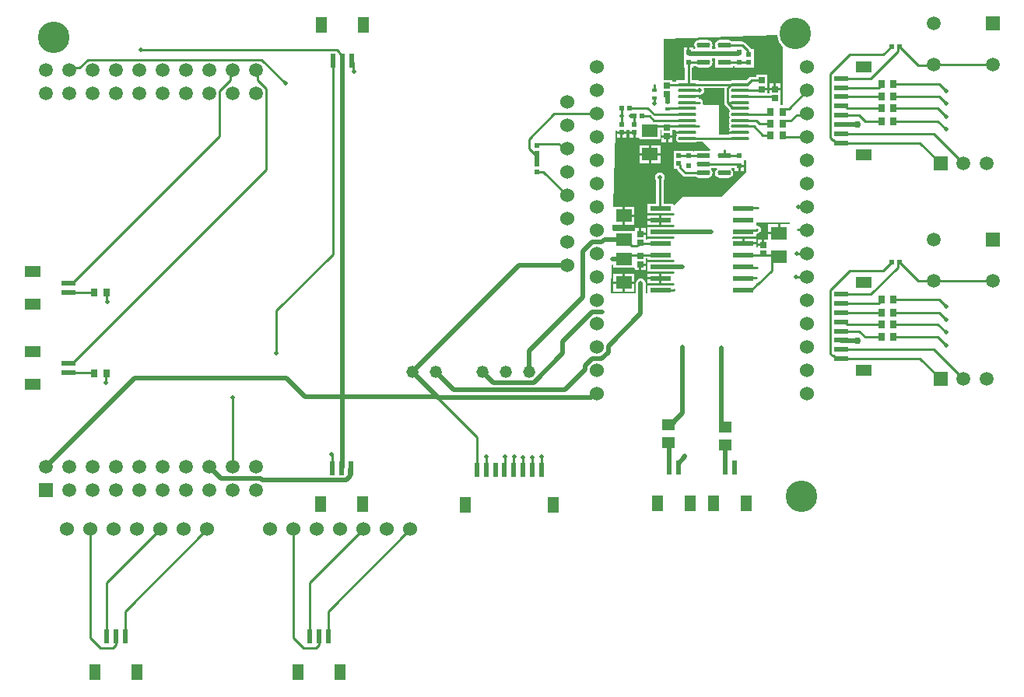
<source format=gbr>
%TF.GenerationSoftware,Altium Limited,Altium Designer,24.2.2 (26)*%
G04 Layer_Physical_Order=1*
G04 Layer_Color=255*
%FSLAX45Y45*%
%MOMM*%
%TF.SameCoordinates,E03CB206-BB87-4E68-BEA4-A169BFC7E2EA*%
%TF.FilePolarity,Positive*%
%TF.FileFunction,Copper,L1,Top,Signal*%
%TF.Part,CustomerPanel*%
G01*
G75*
%TA.AperFunction,SMDPad,CuDef*%
%ADD10R,1.20000X1.80000*%
%ADD11R,0.60000X1.55000*%
%TA.AperFunction,Conductor*%
%ADD12C,0.25400*%
%TA.AperFunction,ConnectorPad*%
%ADD13R,1.55000X0.60000*%
%ADD14R,1.80000X1.20000*%
%TA.AperFunction,SMDPad,CuDef*%
%ADD15R,0.70000X0.90000*%
%ADD16R,0.60000X0.55000*%
%TA.AperFunction,Conductor*%
%ADD17C,0.50800*%
%TA.AperFunction,SMDPad,CuDef*%
%ADD18R,1.80000X1.20000*%
%ADD19R,1.55000X0.60000*%
%ADD20R,0.55000X0.60000*%
%ADD21R,0.50000X0.60560*%
G04:AMPARAMS|DCode=22|XSize=1.95543mm|YSize=0.42077mm|CornerRadius=0.21038mm|HoleSize=0mm|Usage=FLASHONLY|Rotation=0.000|XOffset=0mm|YOffset=0mm|HoleType=Round|Shape=RoundedRectangle|*
%AMROUNDEDRECTD22*
21,1,1.95543,0.00000,0,0,0.0*
21,1,1.53467,0.42077,0,0,0.0*
1,1,0.42077,0.76733,0.00000*
1,1,0.42077,-0.76733,0.00000*
1,1,0.42077,-0.76733,0.00000*
1,1,0.42077,0.76733,0.00000*
%
%ADD22ROUNDEDRECTD22*%
%ADD23R,1.95543X0.42077*%
G04:AMPARAMS|DCode=24|XSize=1.45564mm|YSize=0.56981mm|CornerRadius=0.2849mm|HoleSize=0mm|Usage=FLASHONLY|Rotation=180.000|XOffset=0mm|YOffset=0mm|HoleType=Round|Shape=RoundedRectangle|*
%AMROUNDEDRECTD24*
21,1,1.45564,0.00000,0,0,180.0*
21,1,0.88584,0.56981,0,0,180.0*
1,1,0.56980,-0.44292,0.00000*
1,1,0.56980,0.44292,0.00000*
1,1,0.56980,0.44292,0.00000*
1,1,0.56980,-0.44292,0.00000*
%
%ADD24ROUNDEDRECTD24*%
%ADD25R,1.45564X0.56981*%
%ADD26R,0.57247X0.61535*%
%ADD27R,0.67248X0.71535*%
%ADD28R,0.50000X0.40000*%
%ADD29R,1.80000X1.40000*%
%ADD30R,2.31140X0.55880*%
%ADD31R,1.46213X1.25814*%
%TA.AperFunction,ComponentPad*%
%ADD32C,1.52400*%
%ADD33C,1.50000*%
%ADD34R,1.50000X1.50000*%
%TA.AperFunction,ViaPad*%
%ADD35C,0.50800*%
%ADD36C,0.76200*%
%ADD37C,3.42900*%
%TA.AperFunction,ComponentPad*%
%ADD38R,1.52000X1.52000*%
%ADD39C,1.52000*%
%ADD40C,1.32080*%
G36*
X8494975Y8248381D02*
X8509814Y8212557D01*
X8531357Y8180315D01*
X8549640Y8162032D01*
Y7693660D01*
X8544560Y7581900D01*
X8548745Y7537956D01*
X8540201Y7528560D01*
X8522608D01*
X8522304Y7541134D01*
X8522304D01*
Y7636846D01*
Y7685314D01*
X8463280D01*
X8404256D01*
Y7655270D01*
X8374984D01*
Y7685715D01*
X8315960D01*
Y7711115D01*
X8374984D01*
Y7732960D01*
Y7855294D01*
X8256936D01*
Y7832974D01*
X8206583D01*
X8191717Y7830017D01*
X8179114Y7821596D01*
X8154483Y7796964D01*
X8008605D01*
X7990486Y7793360D01*
X7983156Y7788463D01*
X7633433D01*
Y7796055D01*
X7559787D01*
Y7934835D01*
X7571340D01*
Y7951160D01*
X7601782D01*
X7602129Y7950641D01*
X7619954Y7938730D01*
X7640981Y7934548D01*
X7729565D01*
X7750592Y7938730D01*
X7768417Y7950641D01*
X7780328Y7968467D01*
X7784511Y7989494D01*
X7780328Y8010521D01*
X7773994Y8020000D01*
X7780783Y8032700D01*
X7812145D01*
Y7935604D01*
X8008509D01*
Y7951501D01*
X8024260D01*
Y7934835D01*
X8125060D01*
Y7934835D01*
X8125900Y7935796D01*
X8231700D01*
Y8020794D01*
Y8131594D01*
X8200721D01*
X8199891Y8135764D01*
X8191471Y8148367D01*
X8132873Y8206965D01*
X8120270Y8215385D01*
X8105404Y8218342D01*
X7993476D01*
X7993471Y8218349D01*
X7975646Y8230259D01*
X7954619Y8234442D01*
X7866035D01*
X7845008Y8230259D01*
X7827183Y8218349D01*
X7815272Y8200523D01*
X7811089Y8179496D01*
X7815272Y8158469D01*
X7821606Y8148990D01*
X7814817Y8136290D01*
X7780783D01*
X7773994Y8148990D01*
X7780328Y8158469D01*
X7784511Y8179496D01*
X7780328Y8200523D01*
X7768417Y8218349D01*
X7750592Y8230259D01*
X7729565Y8234442D01*
X7640981D01*
X7619954Y8230259D01*
X7602129Y8218349D01*
X7590218Y8200523D01*
X7586035Y8179496D01*
X7590218Y8158469D01*
X7596551Y8148990D01*
X7589763Y8136290D01*
X7571340D01*
Y8156756D01*
X7533640D01*
Y8101076D01*
X7508240D01*
Y8156756D01*
X7470540D01*
Y8108090D01*
X7469145Y8101076D01*
Y8096799D01*
X7470540Y8089784D01*
Y8045396D01*
Y7934835D01*
X7482093D01*
Y7796055D01*
X7387090D01*
Y7782600D01*
X7348824D01*
Y7797281D01*
X7256780D01*
Y8229600D01*
X7250311Y8236069D01*
X7254989Y8247876D01*
X8487474Y8286092D01*
X8494975Y8248381D01*
D02*
G37*
G36*
X6877636Y7241540D02*
X6931660D01*
Y7228840D01*
X6944360D01*
Y7172673D01*
X6985683D01*
X6986440Y7160286D01*
Y7153435D01*
X7217240D01*
Y7255769D01*
X7230776D01*
Y7196303D01*
X7289800D01*
X7348824D01*
Y7255769D01*
X7381041D01*
X7388856Y7243069D01*
X7388707Y7242317D01*
X7510262D01*
Y7216917D01*
X7388707D01*
X7389785Y7211498D01*
X7399393Y7197118D01*
X7389785Y7182738D01*
X7386181Y7164619D01*
X7389785Y7146499D01*
X7400048Y7131138D01*
X7415409Y7120875D01*
X7433529Y7117270D01*
X7586995D01*
X7605114Y7120875D01*
X7612444Y7125772D01*
X7674808D01*
X7759421Y7041159D01*
X7754560Y7029426D01*
X7587091D01*
Y7013874D01*
X7571340D01*
Y7030195D01*
X7482284D01*
X7470541Y7030195D01*
X7470540Y7030195D01*
X7469699Y7029915D01*
Y7029915D01*
X7363900D01*
Y6919115D01*
Y6834116D01*
X7394745D01*
X7395709Y6829271D01*
X7404129Y6816668D01*
X7462732Y6758065D01*
X7475335Y6749644D01*
X7490201Y6746687D01*
X7602124D01*
X7602129Y6746681D01*
X7619954Y6734770D01*
X7640981Y6730588D01*
X7729565D01*
X7750592Y6734770D01*
X7768417Y6746681D01*
X7780328Y6764507D01*
X7784511Y6785534D01*
X7780328Y6806561D01*
X7768417Y6824386D01*
X7772069Y6837221D01*
X7776724Y6841688D01*
X7830217D01*
X7834070Y6828988D01*
X7827183Y6824386D01*
X7815272Y6806561D01*
X7811089Y6785534D01*
X7815272Y6764507D01*
X7827183Y6746681D01*
X7845008Y6734770D01*
X7866035Y6730588D01*
X7954619D01*
X7975646Y6734770D01*
X7993471Y6746681D01*
X8005382Y6764507D01*
X8009565Y6785534D01*
X8005382Y6806561D01*
X7993471Y6824386D01*
X7986584Y6828988D01*
X7990437Y6841688D01*
X8024260D01*
Y6808274D01*
X8061960D01*
Y6863954D01*
X8074660D01*
Y6876654D01*
X8125060D01*
Y6926580D01*
X8148320D01*
Y6791960D01*
X7879080Y6522720D01*
X7454900D01*
X7369810Y6437630D01*
X7357110Y6439426D01*
Y6454140D01*
X7249907D01*
Y6707860D01*
X7258913Y6721339D01*
X7262855Y6741160D01*
X7258913Y6760981D01*
X7247685Y6777785D01*
X7230881Y6789013D01*
X7211060Y6792955D01*
X7191239Y6789013D01*
X7174435Y6777785D01*
X7163207Y6760981D01*
X7159265Y6741160D01*
X7163207Y6721339D01*
X7172213Y6707860D01*
Y6454140D01*
X7075170D01*
Y6347460D01*
X7355840D01*
X7357110Y6347460D01*
X7368540Y6344394D01*
Y6330206D01*
X7357110Y6327140D01*
X7355840Y6327140D01*
X7228840D01*
Y6273800D01*
Y6220460D01*
X7355840D01*
X7357110Y6220460D01*
X7368540Y6217394D01*
Y6203206D01*
X7357110Y6200140D01*
X7357110Y6200141D01*
Y6200140D01*
X7357109Y6200140D01*
X7075170D01*
Y6093460D01*
X7357109D01*
X7357110Y6093460D01*
Y6093459D01*
X7357110Y6093460D01*
X7368540Y6090394D01*
Y6076206D01*
X7357110Y6073140D01*
Y6073140D01*
X7075170D01*
Y6058647D01*
X7056724D01*
Y6110432D01*
X6997700D01*
Y6123132D01*
X6985000D01*
Y6184300D01*
X6938676D01*
Y6166089D01*
X6932760Y6155840D01*
X6708573D01*
X6696145Y6166131D01*
X6697730Y6225096D01*
X6701960Y6225039D01*
Y6225040D01*
X6804660D01*
Y6320439D01*
Y6415839D01*
X6711964D01*
X6703105Y6424940D01*
X6725105Y7243025D01*
X6737988Y7249635D01*
X6740476Y7247948D01*
Y7241540D01*
X6794500D01*
X6848524D01*
Y7256780D01*
X6877636D01*
Y7241540D01*
D02*
G37*
G36*
X7910622Y7709113D02*
Y7548753D01*
X7912112Y7541260D01*
X7905236Y7531648D01*
X7915006Y7531752D01*
X7922000Y7521284D01*
X7963141Y7480143D01*
X7964861Y7471497D01*
X7974469Y7457117D01*
X7964861Y7442737D01*
X7961257Y7424618D01*
X7964861Y7406499D01*
X7974471Y7392116D01*
X7964861Y7377734D01*
X7961257Y7359614D01*
X7964861Y7341495D01*
X7974469Y7327115D01*
X7964861Y7312735D01*
X7961257Y7294616D01*
X7964861Y7276496D01*
X7974469Y7262117D01*
X7964861Y7247737D01*
X7963783Y7242317D01*
X8085338D01*
Y7216917D01*
X7963783D01*
X7963933Y7216165D01*
X7956117Y7203465D01*
X7853680D01*
Y7528560D01*
X7683282D01*
X7676640Y7541260D01*
X7679167Y7553960D01*
X7676209Y7568826D01*
X7667789Y7581429D01*
X7667458Y7581759D01*
X7654856Y7590180D01*
X7639990Y7593137D01*
X7639266D01*
X7631603Y7605837D01*
X7631817Y7606914D01*
X7510262D01*
Y7632314D01*
X7641433D01*
X7641750Y7632700D01*
X7650425D01*
X7669096Y7640434D01*
X7683386Y7654724D01*
X7691120Y7673395D01*
Y7693605D01*
X7688384Y7700210D01*
X7695440Y7710770D01*
X7909263D01*
X7910622Y7709113D01*
D02*
G37*
G36*
X8620760Y6227879D02*
X8519160D01*
Y6132479D01*
X8506460D01*
Y6119779D01*
X8391060D01*
Y6064920D01*
X8348980D01*
Y6003752D01*
X8336280D01*
Y5991052D01*
X8277256D01*
Y5975250D01*
X8274050Y5972854D01*
X8261350Y5979219D01*
Y6007100D01*
X8120380D01*
Y6019800D01*
X8107680D01*
Y6073140D01*
X7998248D01*
X7996571Y6083752D01*
X8005334Y6093460D01*
X8261350D01*
Y6123193D01*
X8261726D01*
X8276592Y6126151D01*
X8289194Y6134571D01*
X8299355Y6144731D01*
X8307775Y6157334D01*
X8310732Y6172200D01*
X8307775Y6187066D01*
X8299355Y6199669D01*
X8286752Y6208089D01*
X8271886Y6211047D01*
X8266881Y6210051D01*
X8261350Y6221900D01*
Y6248400D01*
X8620760D01*
Y6227879D01*
D02*
G37*
G36*
X7075170Y5839460D02*
X7357110D01*
Y5839460D01*
X7368540Y5836394D01*
Y5822206D01*
X7357110Y5819140D01*
X7357110Y5819141D01*
Y5819140D01*
X7357109Y5819140D01*
X7075170D01*
Y5712460D01*
X7357109D01*
X7357110Y5712460D01*
Y5712459D01*
X7357110Y5712460D01*
X7368540Y5709394D01*
Y5695206D01*
X7357110Y5692140D01*
X7355840Y5692140D01*
X7228840D01*
Y5638800D01*
Y5585460D01*
X7355840D01*
X7357110Y5585460D01*
X7368540Y5582394D01*
Y5570452D01*
X7368087Y5570008D01*
X7357109Y5565141D01*
X7357110Y5565140D01*
X7357109Y5565140D01*
X7075170D01*
Y5476240D01*
X7054575D01*
Y5588000D01*
X7050633Y5607821D01*
X7039405Y5624625D01*
X7022601Y5635853D01*
X7002780Y5639795D01*
X6982959Y5635853D01*
X6966155Y5624625D01*
X6954927Y5607821D01*
X6950985Y5588000D01*
Y5476240D01*
X6689375D01*
X6677908Y5487991D01*
X6685899Y5785137D01*
X6698834Y5793719D01*
X6701960Y5792498D01*
Y5756760D01*
X6932760D01*
X6938676Y5746511D01*
Y5727899D01*
X6985000D01*
Y5789066D01*
X6997700D01*
Y5801766D01*
X7056724D01*
Y5853953D01*
X7075170D01*
Y5839460D01*
D02*
G37*
%LPC*%
G36*
X8522304Y7759181D02*
X8475980D01*
Y7710714D01*
X8522304D01*
Y7759181D01*
D02*
G37*
G36*
X8450580D02*
X8404256D01*
Y7710714D01*
X8450580D01*
Y7759181D01*
D02*
G37*
G36*
X6848524Y7216140D02*
X6807200D01*
Y7172673D01*
X6848524D01*
Y7216140D01*
D02*
G37*
G36*
X6781800D02*
X6740476D01*
Y7172673D01*
X6781800D01*
Y7216140D01*
D02*
G37*
G36*
X6918960D02*
X6877636D01*
Y7172673D01*
X6918960D01*
Y7216140D01*
D02*
G37*
G36*
X7348824Y7170903D02*
X7302500D01*
Y7122435D01*
X7348824D01*
Y7170903D01*
D02*
G37*
G36*
X7277100D02*
X7230776D01*
Y7122435D01*
X7277100D01*
Y7170903D01*
D02*
G37*
G36*
X7217240Y7084235D02*
X7114540D01*
Y7001535D01*
X7217240D01*
Y7084235D01*
D02*
G37*
G36*
X7089140D02*
X6986440D01*
Y7001535D01*
X7089140D01*
Y7084235D01*
D02*
G37*
G36*
X7217240Y6976135D02*
X7114540D01*
Y6893436D01*
X7217240D01*
Y6976135D01*
D02*
G37*
G36*
X7089140D02*
X6986440D01*
Y6893436D01*
X7089140D01*
Y6976135D01*
D02*
G37*
G36*
X8125060Y6851254D02*
X8087360D01*
Y6808274D01*
X8125060D01*
Y6851254D01*
D02*
G37*
G36*
X6932760Y6415839D02*
X6830060D01*
Y6333139D01*
X6932760D01*
Y6415839D01*
D02*
G37*
G36*
X7203440Y6327140D02*
X7075170D01*
Y6286500D01*
X7203440D01*
Y6327140D01*
D02*
G37*
G36*
X6932760Y6307739D02*
X6830060D01*
Y6225040D01*
X6932760D01*
Y6307739D01*
D02*
G37*
G36*
X7203440Y6261100D02*
X7075170D01*
Y6220460D01*
X7203440D01*
Y6261100D01*
D02*
G37*
G36*
X7056724Y6184300D02*
X7010400D01*
Y6135832D01*
X7056724D01*
Y6184300D01*
D02*
G37*
G36*
X8493760Y6227879D02*
X8391060D01*
Y6145179D01*
X8493760D01*
Y6227879D01*
D02*
G37*
G36*
X8261350Y6073140D02*
X8133080D01*
Y6032500D01*
X8261350D01*
Y6073140D01*
D02*
G37*
G36*
X8323580Y6064920D02*
X8277256D01*
Y6016452D01*
X8323580D01*
Y6064920D01*
D02*
G37*
G36*
X7056724Y5776366D02*
X7010400D01*
Y5727899D01*
X7056724D01*
Y5776366D01*
D02*
G37*
G36*
X7203440Y5692140D02*
X7075170D01*
Y5651500D01*
X7203440D01*
Y5692140D01*
D02*
G37*
G36*
X6932760Y5687560D02*
X6830060D01*
Y5604861D01*
X6932760D01*
Y5687560D01*
D02*
G37*
G36*
X6804660D02*
X6701960D01*
Y5604861D01*
X6804660D01*
Y5687560D01*
D02*
G37*
G36*
X7203440Y5626100D02*
X7075170D01*
Y5585460D01*
X7203440D01*
Y5626100D01*
D02*
G37*
G36*
X6932760Y5579461D02*
X6830060D01*
Y5496761D01*
X6932760D01*
Y5579461D01*
D02*
G37*
G36*
X6804660D02*
X6701960D01*
Y5496761D01*
X6804660D01*
Y5579461D01*
D02*
G37*
%LPD*%
D10*
X1060318Y1353561D02*
D03*
X1520322D02*
D03*
X3270118D02*
D03*
X3730122D02*
D03*
X6050082Y3171038D02*
D03*
X5090079D02*
D03*
X3984122Y8397499D02*
D03*
X3524118D02*
D03*
X3519038Y3184901D02*
D03*
X3979042D02*
D03*
X8152719Y3190240D02*
D03*
X7792720D02*
D03*
X7540920Y3189981D02*
D03*
X7180920D02*
D03*
D11*
X1390320Y1741058D02*
D03*
X1290320D02*
D03*
X1190320D02*
D03*
X3600120D02*
D03*
X3500120D02*
D03*
X3400120D02*
D03*
X5920080Y3558540D02*
D03*
X5820080D02*
D03*
X5220081D02*
D03*
X5320081D02*
D03*
X5420081D02*
D03*
X5520080D02*
D03*
X5620080D02*
D03*
X5720080D02*
D03*
X3654120Y8010002D02*
D03*
X3754120D02*
D03*
X3854120D02*
D03*
X3849040Y3572398D02*
D03*
X3749040D02*
D03*
X3649040D02*
D03*
X8022722Y3577742D02*
D03*
X7922722D02*
D03*
X7410922Y3577478D02*
D03*
X7310923D02*
D03*
D12*
X1390320Y1741058D02*
Y2015714D01*
X2285594Y2910987D01*
X1290320Y1648460D02*
Y1741058D01*
X1257300Y1615440D02*
X1290320Y1648460D01*
X1125220Y1615440D02*
X1257300D01*
X1015594Y1725066D02*
X1125220Y1615440D01*
X1015594Y1725066D02*
Y2910987D01*
X1190320Y1741058D02*
Y2323714D01*
X1777594Y2910987D01*
X9278078Y5725160D02*
X9064260Y5511342D01*
X9729560Y5814060D02*
X9640660Y5725160D01*
X9278078D02*
X9640660D01*
X10233660Y5001260D02*
X10322560Y4912360D01*
X9179860Y4865560D02*
X10191560D01*
X10513060Y4544060D01*
X9380910Y5065560D02*
X9445210Y5001260D01*
X9179860Y5065560D02*
X9380910D01*
X9445210Y5001260D02*
X9621060D01*
X9179860Y4765560D02*
X10041560D01*
X9132360D02*
X9179860D01*
X10041560D02*
X10263060Y4544060D01*
X9100460Y4797460D02*
X9132360Y4765560D01*
X9086578Y4797460D02*
X9100460D01*
X9064260Y4819779D02*
X9086578Y4797460D01*
X9064260Y5511342D02*
Y4819779D01*
X9797660Y5799260D02*
Y5756978D01*
X9506242Y5465560D01*
X9179860D02*
X9506242D01*
X9179860Y5165560D02*
X9227360D01*
X9251960Y5140960D02*
X9622560D01*
X9227360Y5165560D02*
X9251960Y5140960D01*
X9622560Y5267960D02*
X9620160Y5265560D01*
X9179860D02*
X9620160D01*
X9622560Y5397660D02*
X9590460Y5365560D01*
X9179860D02*
X9590460D01*
X9622560Y5407660D02*
Y5397660D01*
X10018272Y5610348D02*
X10188060D01*
Y5614460D02*
X10838060D01*
X9814560Y5814060D02*
X10018272Y5610348D01*
X9812460Y5814060D02*
X9814560D01*
X9812460D02*
X9797660Y5799260D01*
X9751060Y5001260D02*
X10233660D01*
Y5140960D02*
X10322560Y5052060D01*
X9752560Y5140960D02*
X10233660D01*
X10246360Y5267960D02*
X10322560Y5191760D01*
X9752560Y5267960D02*
X10246360D01*
Y5407660D02*
X10322560Y5331460D01*
X9752560Y5407660D02*
X10246360D01*
X3600120Y1741058D02*
Y2015714D01*
X4495394Y2910987D01*
X3500120Y1648460D02*
Y1741058D01*
X3467100Y1615440D02*
X3500120Y1648460D01*
X3335020Y1615440D02*
X3467100D01*
X3225394Y1725066D02*
X3335020Y1615440D01*
X3225394Y1725066D02*
Y2910987D01*
X3400120Y1741058D02*
Y2323714D01*
X3987394Y2910987D01*
X3644430Y3577008D02*
Y3716490D01*
Y3577008D02*
X3649040Y3572398D01*
X3639820Y3721100D02*
X3644430Y3716490D01*
X3854120Y8010002D02*
X3871420Y7992702D01*
Y7905813D02*
Y7992702D01*
Y7905813D02*
X3881120Y7896113D01*
Y7889240D02*
Y7896113D01*
X2878018Y8021122D02*
X3139440Y7759700D01*
X989061Y8021122D02*
X2878018D01*
X1567180Y8125460D02*
X1567322Y8125602D01*
X3699902D01*
X3722220Y8103283D01*
Y8089402D02*
Y8103283D01*
Y8089402D02*
X3754120Y8057502D01*
Y8010002D02*
Y8057502D01*
X2560320Y3589020D02*
Y4343400D01*
X1183640Y4505960D02*
X1185141Y4507461D01*
Y4603519D02*
X1186642Y4605020D01*
X1185141Y4507461D02*
Y4603519D01*
X1191491Y5389649D02*
X1196340Y5384800D01*
X1186642Y5486400D02*
X1191491Y5481551D01*
Y5389649D02*
Y5481551D01*
X4785360Y4345940D02*
X5220081Y3911219D01*
Y3558540D02*
Y3911219D01*
X7911181Y7990347D02*
X8177952D01*
X8120380Y5892800D02*
X8486140D01*
X7147621Y7294616D02*
X7510262D01*
X6997700Y6019800D02*
X7216140D01*
X6997700Y6025276D02*
Y6027420D01*
Y6019800D02*
Y6025276D01*
X6858000Y5892800D02*
X7216140D01*
X8304703Y7687808D02*
X8315635Y7698740D01*
X5872480Y7105879D02*
X6108395D01*
X5862483Y6975881D02*
X5872480D01*
X5789381Y7048983D02*
X5862483Y6975881D01*
X7417308Y6975028D02*
X7520940D01*
X7684760D01*
X3040380Y4823460D02*
Y5288280D01*
X3654120Y5902020D01*
Y8010002D01*
X7910327Y7989494D02*
X7911181Y7990347D01*
X8177952D02*
X8178800Y7991196D01*
X8120380Y5511800D02*
X8208010D01*
X8272328Y5576118D01*
X8279582D01*
X8429158Y5725698D01*
Y5815178D01*
X8486460Y5872480D01*
X8506460D01*
X8486140Y5892800D02*
X8506460Y5872480D01*
X7101840Y7248835D02*
X7147621Y7294616D01*
X7510262D02*
X7511400Y7293478D01*
X7631562D01*
X7912212Y7033148D02*
X7914640Y7030720D01*
Y6978828D02*
Y7030720D01*
X7910840Y6975028D02*
X7914640Y6978828D01*
X7910327Y6975536D02*
X7910840Y6975028D01*
X8074152D01*
X8074660Y6974515D01*
X6817360Y6060440D02*
X6837360D01*
X6908145Y5989655D01*
X6959935D01*
X6974632Y6004352D01*
X6976775D01*
X6997700Y6025276D01*
X6817360Y5852160D02*
X6858000Y5892800D01*
X7510262Y7164619D02*
X8085338D01*
X5940379Y6800261D02*
X6200140Y6540500D01*
X5872480Y6800261D02*
X5940379D01*
X8085338Y7684618D02*
X8088528Y7687808D01*
X8304703D01*
X8315635Y7698740D02*
X8315960Y7698415D01*
X8120380Y5638800D02*
X8130652Y5649072D01*
X8262732D01*
X8689340Y5651500D02*
X8811260D01*
X8120380Y5765800D02*
X8125572Y5760608D01*
X8267812D01*
X8704580Y5905500D02*
X8811260D01*
X6797040Y7410450D02*
Y7495215D01*
X7363460Y5511800D02*
X7366000Y5523321D01*
X7216140Y5511800D02*
X7363460D01*
X6794500Y7314555D02*
X6795770Y7315825D01*
Y7409180D01*
X6931660Y7314555D02*
X6932930Y7315825D01*
Y7402505D01*
X6934200Y7403775D01*
X6893331D02*
X6934200D01*
X7211060Y6405880D02*
Y6741160D01*
Y6405880D02*
X7216140Y6400800D01*
X8120380D02*
X8130652Y6411072D01*
X8280512D01*
X8714740Y6413500D02*
X8811260D01*
X8120380Y6146800D02*
X8135620Y6162040D01*
X8261726D01*
X8271886Y6172200D01*
X8705850Y6170930D02*
X8709548Y6167232D01*
X8803528D01*
X8811260Y6159500D01*
X6165774Y7048500D02*
X6200140D01*
X6108395Y7105879D02*
X6165774Y7048500D01*
X782320Y7907020D02*
X803783Y7928483D01*
X896422D01*
X989061Y8021122D01*
X5820278Y3572662D02*
X5820979Y3573358D01*
Y3692459D01*
X5720182Y3572759D02*
X5720278Y3572662D01*
X5720182Y3572759D02*
Y3693058D01*
X5620278Y3572662D02*
X5620649Y3573028D01*
Y3697869D01*
X5520279Y3572662D02*
X5523662Y3576041D01*
Y3692322D01*
X5920278Y3572662D02*
Y3698702D01*
X7289800Y7736114D02*
X7297440Y7743754D01*
X7504400D01*
X7510262Y7749616D01*
X7955331Y7554615D02*
X8085338D01*
X7949468Y7548753D02*
X7955331Y7554615D01*
X7949468Y7548753D02*
Y7709113D01*
X7986781Y7746426D01*
X8008605Y7489617D02*
X8085338D01*
X7949468Y7548753D02*
X8008605Y7489617D01*
X7512604Y7749616D02*
X8085338D01*
X7510262D02*
X7512604D01*
X7520940Y7757952D01*
Y7990515D01*
X8085338Y7749616D02*
X8162072D01*
X8206583Y7794127D01*
X8315960D01*
X7520940Y7990515D02*
X7521448Y7990007D01*
X7684760D01*
X7685273Y7989494D01*
X8546059Y7197801D02*
Y7198035D01*
Y7197801D02*
X8568360Y7175500D01*
X8811260D01*
X8546059Y7325035D02*
Y7335037D01*
X8568360Y7357339D01*
X8636544D01*
X8696960Y7417750D01*
X8799510D01*
X8811260Y7429500D01*
X8546059Y7452035D02*
Y7462037D01*
X8568360Y7484339D01*
X8612099D01*
X8811260Y7683500D01*
X773582Y4713778D02*
X821080D01*
X2928422Y6821119D01*
Y7700284D01*
X2835783Y7792918D02*
X2928422Y7700284D01*
X2835783Y7792918D02*
Y7885557D01*
X2814320Y7907020D02*
X2835783Y7885557D01*
X773582Y5584322D02*
X821080D01*
X2420422Y7183658D01*
Y7674483D01*
X2538857Y7792918D01*
Y7885557D01*
X2560320Y7907020D01*
X7150100Y7685715D02*
X7151370Y7686985D01*
Y7745730D01*
X7639761Y7684059D02*
X7640320Y7683500D01*
X7510821Y7684059D02*
X7639761D01*
X7510262Y7684618D02*
X7510821Y7684059D01*
X7150100Y7543800D02*
Y7605715D01*
X7636886Y7553960D02*
X7640320D01*
X7639990Y7554290D02*
X7640320Y7553960D01*
X7510592Y7554290D02*
X7639990D01*
X7510262Y7554615D02*
X7510592Y7554290D01*
X7297420Y7479975D02*
X7302419D01*
X7312061Y7489617D01*
X7510262D01*
X7019199Y7403775D02*
X7096364D01*
X7140524Y7359614D01*
X7510262D01*
X6882039Y7495215D02*
X7076765D01*
X7150105Y7421875D01*
X7338202D01*
X7340940Y7424618D01*
X7510262D01*
X773582Y4613778D02*
X1047882D01*
X1056640Y4605020D01*
X5789381Y7048983D02*
Y7156663D01*
X6062218Y7429500D01*
X6525260D01*
X7684760Y6975028D02*
X7685273Y6975536D01*
X7416800Y6974515D02*
X7417308Y6975028D01*
X8074660Y6863954D02*
Y6868236D01*
X8062361Y6880535D02*
X8074660Y6868236D01*
X7685273Y6880535D02*
X8062361D01*
X7416800Y6889516D02*
X7431598Y6874718D01*
Y6844137D02*
Y6874718D01*
Y6844137D02*
X7490201Y6785534D01*
X7685273D01*
X8085338Y7619614D02*
X8088528Y7616424D01*
X8449153D01*
X8463280Y7602301D01*
X7910327Y8179496D02*
X8105404D01*
X8164002Y8120898D01*
Y8090997D02*
Y8120898D01*
Y8090997D02*
X8178800Y8076194D01*
X8085338Y7294616D02*
X8231881D01*
X8328462Y7198035D01*
X8416061D01*
X8085338Y7359614D02*
X8262884D01*
X8297464Y7325035D01*
X8416061D01*
X8085338Y7424618D02*
X8393760D01*
X8416061Y7446914D01*
Y7452035D01*
X5320279Y3572662D02*
X5320792Y3573170D01*
Y3702812D01*
X773582Y5484322D02*
X1054562D01*
X1056640Y5486400D01*
X9278078Y8074660D02*
X9064260Y7860842D01*
X9729560Y8163560D02*
X9640660Y8074660D01*
X9278078D02*
X9640660D01*
X10233660Y7350760D02*
X10322560Y7261860D01*
X9179860Y7215060D02*
X10191560D01*
X10513060Y6893560D01*
X9380910Y7415060D02*
X9445210Y7350760D01*
X9179860Y7415060D02*
X9380910D01*
X9445210Y7350760D02*
X9621060D01*
X9179860Y7115060D02*
X10041560D01*
X9132360D02*
X9179860D01*
X10041560D02*
X10263060Y6893560D01*
X9100460Y7146960D02*
X9132360Y7115060D01*
X9086578Y7146960D02*
X9100460D01*
X9064260Y7169279D02*
X9086578Y7146960D01*
X9064260Y7860842D02*
Y7169279D01*
X9797660Y8148760D02*
Y8106478D01*
X9506242Y7815060D01*
X9179860D02*
X9506242D01*
X9179860Y7515060D02*
X9227360D01*
X9251960Y7490460D02*
X9622560D01*
X9227360Y7515060D02*
X9251960Y7490460D01*
X9622560Y7617460D02*
X9620160Y7615060D01*
X9179860D02*
X9620160D01*
X9622560Y7747160D02*
X9590460Y7715060D01*
X9179860D02*
X9590460D01*
X9622560Y7757160D02*
Y7747160D01*
X10018272Y7959848D02*
X10188060D01*
Y7963960D02*
X10838060D01*
X9814560Y8163560D02*
X10018272Y7959848D01*
X9812460Y8163560D02*
X9814560D01*
X9812460D02*
X9797660Y8148760D01*
X9751060Y7350760D02*
X10233660D01*
Y7490460D02*
X10322560Y7401560D01*
X9752560Y7490460D02*
X10233660D01*
X10246360Y7617460D02*
X10322560Y7541260D01*
X9752560Y7617460D02*
X10246360D01*
Y7757160D02*
X10322560Y7680960D01*
X9752560Y7757160D02*
X10246360D01*
D13*
X9179860Y4765560D02*
D03*
Y4865560D02*
D03*
Y4965560D02*
D03*
Y5065560D02*
D03*
Y5165560D02*
D03*
Y5265560D02*
D03*
Y5365560D02*
D03*
Y5465560D02*
D03*
Y7115060D02*
D03*
Y7215060D02*
D03*
Y7315060D02*
D03*
Y7415060D02*
D03*
Y7515060D02*
D03*
Y7615060D02*
D03*
Y7715060D02*
D03*
Y7815060D02*
D03*
D14*
X9432360Y5595560D02*
D03*
Y4635560D02*
D03*
Y7945060D02*
D03*
Y6985060D02*
D03*
D15*
X9622560Y5267960D02*
D03*
X9752560D02*
D03*
X9622560Y5407660D02*
D03*
X9752560D02*
D03*
X9622560Y5140960D02*
D03*
X9752560D02*
D03*
X9621060Y5001260D02*
D03*
X9751060D02*
D03*
X1056640Y5486400D02*
D03*
X1186642D02*
D03*
X1056640Y4605020D02*
D03*
X1186642D02*
D03*
X8546059Y7452035D02*
D03*
X8416061D02*
D03*
X8546059Y7325035D02*
D03*
X8416061D02*
D03*
X8546059Y7198035D02*
D03*
X8416061D02*
D03*
X9622560Y7617460D02*
D03*
X9752560D02*
D03*
X9622560Y7757160D02*
D03*
X9752560D02*
D03*
X9622560Y7490460D02*
D03*
X9752560D02*
D03*
X9621060Y7350760D02*
D03*
X9751060D02*
D03*
D16*
X9729560Y5814060D02*
D03*
X9814560D02*
D03*
X6882039Y7495215D02*
D03*
X6797040D02*
D03*
X7019199Y7403775D02*
D03*
X6934200D02*
D03*
X9729560Y8163560D02*
D03*
X9814560D02*
D03*
D17*
X9356160Y4964360D02*
X9357360Y4963160D01*
X9179860Y4965560D02*
X9181060Y4964360D01*
X9356160D01*
X3756660Y4351020D02*
Y4709160D01*
Y3651597D02*
Y4351020D01*
X4785360Y4345940D02*
X6462207D01*
X3756660Y4351020D02*
X4785360D01*
X3348990D02*
X3756660D01*
X528320Y3589020D02*
X1493520Y4554220D01*
X3145790D02*
X3348990Y4351020D01*
X1493520Y4554220D02*
X3145790D01*
X3753640Y3576998D02*
Y3648577D01*
X3756660Y3651597D01*
Y4714240D02*
Y7960360D01*
X3749040Y3572398D02*
X3753640Y3576998D01*
X6462207Y4345940D02*
X6497767Y4381500D01*
X6525260D01*
X5278120Y4620260D02*
X5394960Y4503420D01*
X4770120Y4620260D02*
X4963160Y4427220D01*
X5834517Y4503420D02*
X6153587Y4822490D01*
X6174740Y4427220D02*
X6398260Y4650740D01*
X5394960Y4503420D02*
X5834517D01*
X4963160Y4427220D02*
X6174740D01*
X4516120Y4620260D02*
X4785360Y4351020D01*
X4516120Y4620260D02*
X5674360Y5778500D01*
X6200140D01*
X5786120Y4620260D02*
Y4851400D01*
X6370320Y5435600D01*
Y5930163D01*
X6472657Y6032500D01*
X6577863D01*
X6608343Y6062980D01*
X6814820D01*
X6817360Y6060440D01*
X6153587Y4822490D02*
Y4951430D01*
X6472657Y5270500D01*
X6583456D01*
X6692900Y5852160D02*
X6817360D01*
X7289800Y7640401D02*
X7297420Y7632781D01*
Y7559975D02*
Y7632781D01*
X7472898Y3686962D02*
X7477760Y3708400D01*
X7410922Y3624981D02*
X7472898Y3686962D01*
X7410922Y3577478D02*
Y3624981D01*
X7520940Y8096799D02*
Y8101076D01*
Y8096799D02*
X7533239Y8084495D01*
X7910327D01*
X8062559D01*
X8074660Y8096595D01*
Y8101076D01*
X7322820Y4038417D02*
X7333021D01*
X7370526Y4075928D01*
Y4086123D01*
X7457440Y4173037D01*
Y4896348D01*
Y5763260D02*
X7459980Y5765800D01*
X7216140D02*
X7459980D01*
X7216140Y6146800D02*
X7767320D01*
X7876540Y4072799D02*
Y4881880D01*
Y4072799D02*
X7877094Y4072245D01*
Y4062044D02*
Y4072245D01*
Y4062044D02*
X7914599Y4024539D01*
X7924800D01*
X7305040Y3848100D02*
X7310923Y3842222D01*
Y3577478D02*
Y3842222D01*
X7922722Y3577742D02*
X7923759Y3578779D01*
Y3828100D01*
X7924800Y3829141D01*
X5872480Y6885259D02*
Y6975881D01*
X2306320Y3589020D02*
X2433122Y3462218D01*
X2866441D01*
X2884561Y3444098D01*
X3800084D01*
X3844442Y3488456D01*
Y3567801D01*
X3849040Y3572398D01*
X6398260Y4650740D02*
Y4688103D01*
X6472657Y4762500D01*
X6577863D01*
X6652260Y4836897D01*
Y4904740D01*
X7002780Y5255260D01*
Y5588000D01*
X9356160Y7313860D02*
X9357360Y7312660D01*
X9179860Y7315060D02*
X9181060Y7313860D01*
X9356160D01*
D18*
X386080Y5354320D02*
D03*
Y5714319D02*
D03*
Y4483781D02*
D03*
Y4843780D02*
D03*
D19*
X773582Y5484322D02*
D03*
Y5584322D02*
D03*
Y4613778D02*
D03*
Y4713778D02*
D03*
D20*
X5872480Y7083379D02*
D03*
Y6998381D02*
D03*
X8178800Y8076194D02*
D03*
Y7991196D02*
D03*
X7416800Y6889516D02*
D03*
Y6974515D02*
D03*
X5872480Y6885259D02*
D03*
Y6800261D02*
D03*
D21*
X8074660Y6863954D02*
D03*
Y6974515D02*
D03*
Y8101076D02*
D03*
Y7990515D02*
D03*
X7520940Y8101076D02*
D03*
Y7990515D02*
D03*
Y6863954D02*
D03*
Y6974515D02*
D03*
D22*
X8085338Y7749616D02*
D03*
Y7684618D02*
D03*
Y7619614D02*
D03*
Y7554615D02*
D03*
Y7489617D02*
D03*
Y7424618D02*
D03*
Y7359614D02*
D03*
Y7294616D02*
D03*
Y7229617D02*
D03*
Y7164619D02*
D03*
X7510262D02*
D03*
Y7229617D02*
D03*
Y7294616D02*
D03*
Y7359614D02*
D03*
Y7424618D02*
D03*
Y7489617D02*
D03*
Y7554615D02*
D03*
Y7619614D02*
D03*
Y7684618D02*
D03*
D23*
Y7749616D02*
D03*
D24*
X7685273Y7989494D02*
D03*
Y8179496D02*
D03*
X7910327D02*
D03*
Y8084495D02*
D03*
Y6975536D02*
D03*
Y6785534D02*
D03*
X7685273D02*
D03*
Y6880535D02*
D03*
D25*
X7910327Y7989494D02*
D03*
X7685273Y6975536D02*
D03*
D26*
X6794500Y7314555D02*
D03*
Y7228840D02*
D03*
X6931660D02*
D03*
Y7314555D02*
D03*
D27*
X8463280Y7602301D02*
D03*
Y7698014D02*
D03*
X7289800Y7183603D02*
D03*
Y7279315D02*
D03*
X8315960Y7794127D02*
D03*
Y7698415D02*
D03*
X7289800Y7736114D02*
D03*
Y7640401D02*
D03*
X6997700Y5884779D02*
D03*
Y5789066D02*
D03*
Y6123132D02*
D03*
Y6027420D02*
D03*
X8336280Y6003752D02*
D03*
Y5908040D02*
D03*
D28*
X7297420Y7559975D02*
D03*
Y7479975D02*
D03*
X7150100Y7605715D02*
D03*
Y7685715D02*
D03*
D29*
X7101840Y7248835D02*
D03*
Y6988835D02*
D03*
X8506460Y5872480D02*
D03*
Y6132479D02*
D03*
X6817360Y6060440D02*
D03*
Y6320439D02*
D03*
Y5592161D02*
D03*
Y5852160D02*
D03*
D30*
X8120380Y5511800D02*
D03*
X7216140D02*
D03*
Y5638800D02*
D03*
Y5765800D02*
D03*
Y5892800D02*
D03*
Y6019800D02*
D03*
Y6146800D02*
D03*
Y6273800D02*
D03*
Y6400800D02*
D03*
X8120380D02*
D03*
Y6273800D02*
D03*
Y6146800D02*
D03*
Y6019800D02*
D03*
Y5892800D02*
D03*
Y5765800D02*
D03*
Y5638800D02*
D03*
D31*
X7924800Y3829141D02*
D03*
Y4024539D02*
D03*
X7305040Y3848100D02*
D03*
Y4043497D02*
D03*
D32*
X761594Y2910987D02*
D03*
X1015594D02*
D03*
X1269594D02*
D03*
X1523594D02*
D03*
X1777594D02*
D03*
X2031594D02*
D03*
X2285594D02*
D03*
X2971394D02*
D03*
X3225394D02*
D03*
X3479394D02*
D03*
X3733394D02*
D03*
X3987394D02*
D03*
X4241394D02*
D03*
X4495394D02*
D03*
X6200140Y7556500D02*
D03*
Y7302500D02*
D03*
Y7048500D02*
D03*
Y6794500D02*
D03*
Y6540500D02*
D03*
Y6286500D02*
D03*
Y6032500D02*
D03*
Y5778500D02*
D03*
X6525260Y7937500D02*
D03*
Y7683500D02*
D03*
Y7429500D02*
D03*
Y7175500D02*
D03*
Y6921500D02*
D03*
Y6667500D02*
D03*
Y6413500D02*
D03*
Y6159500D02*
D03*
Y5905500D02*
D03*
Y5651500D02*
D03*
Y5397500D02*
D03*
Y5143500D02*
D03*
Y4889500D02*
D03*
Y4635500D02*
D03*
Y4381500D02*
D03*
X8811260D02*
D03*
Y4635500D02*
D03*
Y4889500D02*
D03*
Y5143500D02*
D03*
Y5397500D02*
D03*
Y5651500D02*
D03*
Y5905500D02*
D03*
Y6159500D02*
D03*
Y6413500D02*
D03*
Y6667500D02*
D03*
Y6921500D02*
D03*
Y7175500D02*
D03*
Y7429500D02*
D03*
Y7683500D02*
D03*
Y7937500D02*
D03*
D33*
X10763060Y4544060D02*
D03*
X10513060D02*
D03*
X10838060Y5614460D02*
D03*
X10188060D02*
D03*
Y6064460D02*
D03*
X10763060Y6893560D02*
D03*
X10513060D02*
D03*
X10838060Y7963960D02*
D03*
X10188060D02*
D03*
Y8413960D02*
D03*
D34*
X10263060Y4544060D02*
D03*
X10838060Y6064460D02*
D03*
X10263060Y6893560D02*
D03*
X10838060Y8413960D02*
D03*
D35*
X10322560Y4912360D02*
D03*
Y5052060D02*
D03*
Y5191760D02*
D03*
Y5331460D02*
D03*
X3639820Y3721100D02*
D03*
X3881120Y7889240D02*
D03*
X1567180Y8125460D02*
D03*
X2560320Y4343400D02*
D03*
X1196340Y5384800D02*
D03*
X1183640Y4505960D02*
D03*
X5320792Y3702812D02*
D03*
X5527040Y3695700D02*
D03*
X5623560Y3700780D02*
D03*
X5722620Y3690620D02*
D03*
X5821329Y3692809D02*
D03*
X5920740Y3700780D02*
D03*
X3040380Y4823460D02*
D03*
X6583456Y5270500D02*
D03*
X6692900Y5852160D02*
D03*
X7477760Y3708400D02*
D03*
X8689340Y5651500D02*
D03*
X8704580Y5905500D02*
D03*
X6797040Y7410450D02*
D03*
X6893331Y7403775D02*
D03*
X7211060Y6741160D02*
D03*
X8714740Y6413500D02*
D03*
X7457440Y4896348D02*
D03*
X7767320Y6146800D02*
D03*
X7876540Y4881880D02*
D03*
X3139440Y7759700D02*
D03*
X7640320Y7683500D02*
D03*
X7150100Y7543800D02*
D03*
X10322560Y7261860D02*
D03*
Y7401560D02*
D03*
Y7541260D02*
D03*
Y7680960D02*
D03*
D36*
X9357360Y4963160D02*
D03*
Y7312660D02*
D03*
D37*
X614680Y8262620D02*
D03*
X8684260Y8305800D02*
D03*
X8755380Y3268980D02*
D03*
D38*
X528320Y3335020D02*
D03*
D39*
X782320D02*
D03*
X1036320D02*
D03*
X1290320D02*
D03*
X1544320D02*
D03*
X1798320D02*
D03*
X2052320D02*
D03*
X2306320D02*
D03*
X2560320D02*
D03*
X2814320D02*
D03*
X528320Y7907020D02*
D03*
Y3589020D02*
D03*
Y7653020D02*
D03*
X782320Y7907020D02*
D03*
Y3589020D02*
D03*
Y7653020D02*
D03*
X1036320Y7907020D02*
D03*
Y3589020D02*
D03*
Y7653020D02*
D03*
X1290320Y7907020D02*
D03*
Y3589020D02*
D03*
Y7653020D02*
D03*
X1544320Y7907020D02*
D03*
Y3589020D02*
D03*
Y7653020D02*
D03*
X1798320Y7907020D02*
D03*
Y3589020D02*
D03*
Y7653020D02*
D03*
X2052320Y7907020D02*
D03*
Y3589020D02*
D03*
Y7653020D02*
D03*
X2306320Y7907020D02*
D03*
Y3589020D02*
D03*
Y7653020D02*
D03*
X2560320Y7907020D02*
D03*
Y3589020D02*
D03*
Y7653020D02*
D03*
X2814320Y7907020D02*
D03*
Y3589020D02*
D03*
Y7653020D02*
D03*
D40*
X5532120Y4620260D02*
D03*
X5786120D02*
D03*
X5278120D02*
D03*
X4770120D02*
D03*
X4516120D02*
D03*
%TF.MD5,d5a7a3fdd5a539e3991a350fc8fc5dd1*%
M02*

</source>
